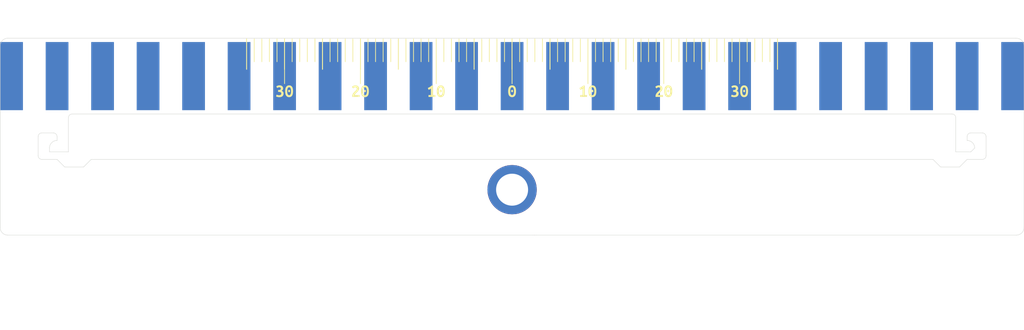
<source format=kicad_pcb>
(kicad_pcb (version 20241229) (generator "pcbnew") (generator_version "9.0")
  (layers (0 "F.Cu" signal) (2 "B.Cu" signal) (13 "F.Paste" user) (15 "B.Paste" user) (5 "F.SilkS" user "F.Silkscreen") (7 "B.SilkS" user "B.Silkscreen") (1 "F.Mask" user) (3 "B.Mask" user) (25 "Edge.Cuts" user))
  (net 0 "")
  (footprint "kibuzzard-6973373E" (layer "F.Cu") (at 158.8 142.5)
    (property "Reference" "kibuzzard-6973373E" (hide yes))
    (property "Value" "G***" (hide yes))
    (fp_poly (pts (xy 0.734249 -0.026656) (xy 0.696688 0.086026) (xy 0.600969 0.133279) (xy 0.501616 0.086026) (xy 0.465267 -0.026656) (xy 0.501616 -0.140549) (xy 0.600969 -0.189015) (xy 0.696688 -0.140549) (xy 0.734249 -0.026656)) (fill yes) (layer "F.SilkS"))
    (fp_poly (pts (xy -0.702746 0.782714) (xy -0.820275 0.774233) (xy -0.939015 0.753635) (xy -1.044426 0.726979) (xy -1.119548 0.700323) (xy -1.061389 0.450727) (xy -0.917205 0.501616) (xy -0.819972 0.521607) (xy -0.70517 0.528271) (xy -0.575222 0.511914) (xy -0.490711 0.462843) (xy -0.428918 0.300485) (xy -0.452544 0.199616) (xy -0.523425 0.134491) (xy -0.630654 0.099051) (xy -0.763328 0.087237) (xy -0.855412 0.087237) (xy -0.855412 -0.159935) (xy -0.743942 -0.159935) (xy -0.651858 -0.169628) (xy -0.569467 -0.201131) (xy -0.510097 -0.259289) (xy -0.487076 -0.351373) (xy -0.536753 -0.481018) (xy -0.673667 -0.528271) (xy -0.842084 -0.500404) (xy -0.986268 -0.431341) (xy -1.092892 -0.649435) (xy -0.919628 -0.737884) (xy -0.804826 -0.771506) (xy -0.67609 -0.782714) (xy -0.558259 -0.774838) (xy -0.456785 -0.751212) (xy -0.302908 -0.662763) (xy -0.213247 -0.528271) (xy -0.184168 -0.361066) (xy -0.235057 -0.189015) (xy -0.370759 -0.063005) (xy -0.267468 -0.003029) (xy -0.190226 0.079968) (xy -0.142064 0.183562) (xy -0.12601 0.305331) (xy -0.159935 0.496769) (xy -0.264136 0.648223) (xy -0.344103 0.70517) (xy -0.443457 0.747577) (xy -0.562803 0.77393) (xy -0.702746 0.782714)) (fill yes) (layer "F.SilkS"))
    (fp_poly (pts (xy 1.119548 -0.002423) (xy 1.111218 0.183562) (xy 1.086228 0.344103) (xy 1.044578 0.4792) (xy 0.986268 0.588853) (xy 0.883953 0.696554) (xy 0.754712 0.761174) (xy 0.598546 0.782714) (xy 0.598546 0.525848) (xy 0.70729 0.492225) (xy 0.786349 0.391357) (xy 0.822025 0.28783) (xy 0.84343 0.15657) (xy 0.850565 -0.002423) (xy 0.84343 -0.16007) (xy 0.822025 -0.290522) (xy 0.786349 -0.39378) (xy 0.70729 -0.494649) (xy 0.598546 -0.528271) (xy 0.491317 -0.494649) (xy 0.411955 -0.39378) (xy 0.375606 -0.290522) (xy 0.353796 -0.16007) (xy 0.346527 -0.002423) (xy 0.353796 0.15657) (xy 0.375606 0.28783) (xy 0.411955 0.391357) (xy 0.491317 0.492225) (xy 0.598546 0.525848) (xy 0.598546 0.782714) (xy 0.44238 0.761174) (xy 0.313139 0.696554) (xy 0.210824 0.588853) (xy 0.152514 0.4792) (xy 0.110864 0.344103) (xy 0.085874 0.183562) (xy 0.077544 -0.002423) (xy 0.086026 -0.186288) (xy 0.11147 -0.345315) (xy 0.153877 -0.479503) (xy 0.213247 -0.588853) (xy 0.31637 -0.696554) (xy 0.444803 -0.761174) (xy 0.598546 -0.782714) (xy 0.754712 -0.761309) (xy 0.883953 -0.697092) (xy 0.986268 -0.590065) (xy 1.044578 -0.481093) (xy 1.086228 -0.34683) (xy 1.111218 -0.187273) (xy 1.119548 -0.002423)) (fill yes) (layer "F.SilkS"))
  )
  (footprint "kibuzzard-69733753" (layer "F.Cu") (at 188.8 142.5)
    (property "Reference" "kibuzzard-69733753" (hide yes))
    (property "Value" "G***" (hide yes))
    (fp_poly (pts (xy 0.135703 -0.026656) (xy 0.098142 0.086026) (xy 0.002423 0.133279) (xy -0.096931 0.086026) (xy -0.133279 -0.026656) (xy -0.096931 -0.140549) (xy 0.002423 -0.189015) (xy 0.098142 -0.140549) (xy 0.135703 -0.026656)) (fill yes) (layer "F.SilkS"))
    (fp_poly (pts (xy 0.521002 -0.002423) (xy 0.512672 0.183562) (xy 0.487682 0.344103) (xy 0.446032 0.4792) (xy 0.387722 0.588853) (xy 0.285407 0.696554) (xy 0.156166 0.761174) (xy 0 0.782714) (xy 0 0.525848) (xy 0.108744 0.492225) (xy 0.187803 0.391357) (xy 0.223479 0.28783) (xy 0.244884 0.15657) (xy 0.252019 -0.002423) (xy 0.244884 -0.16007) (xy 0.223479 -0.290522) (xy 0.187803 -0.39378) (xy 0.108744 -0.494649) (xy 0 -0.528271) (xy -0.107229 -0.494649) (xy -0.186591 -0.39378) (xy -0.22294 -0.290522) (xy -0.24475 -0.16007) (xy -0.252019 -0.002423) (xy -0.24475 0.15657) (xy -0.22294 0.28783) (xy -0.186591 0.391357) (xy -0.107229 0.492225) (xy 0 0.525848) (xy 0 0.782714) (xy -0.156166 0.761174) (xy -0.285407 0.696554) (xy -0.387722 0.588853) (xy -0.446032 0.4792) (xy -0.487682 0.344103) (xy -0.512672 0.183562) (xy -0.521002 -0.002423) (xy -0.51252 -0.186288) (xy -0.487076 -0.345315) (xy -0.444669 -0.479503) (xy -0.385299 -0.588853) (xy -0.282176 -0.696554) (xy -0.153743 -0.761174) (xy 0 -0.782714) (xy 0.156166 -0.761309) (xy 0.285407 -0.697092) (xy 0.387722 -0.590065) (xy 0.446032 -0.481093) (xy 0.487682 -0.34683) (xy 0.512672 -0.187273) (xy 0.521002 -0.002423)) (fill yes) (layer "F.SilkS"))
  )
  (footprint "kibuzzard-6973375F" (layer "F.Cu") (at 198.8 142.5)
    (property "Reference" "kibuzzard-6973375F" (hide yes))
    (property "Value" "G***" (hide yes))
    (fp_poly (pts (xy 0.725767 -0.026656) (xy 0.688207 0.086026) (xy 0.592488 0.133279) (xy 0.493134 0.086026) (xy 0.456785 -0.026656) (xy 0.493134 -0.140549) (xy 0.592488 -0.189015) (xy 0.688207 -0.140549) (xy 0.725767 -0.026656)) (fill yes) (layer "F.SilkS"))
    (fp_poly (pts (xy -0.711228 0.504039) (xy -0.711228 -0.33441) (xy -0.866317 -0.248384) (xy -1.014136 -0.189015) (xy -1.111066 -0.436187) (xy -0.985057 -0.491922) (xy -0.849354 -0.567044) (xy -0.720921 -0.654281) (xy -0.616721 -0.748788) (xy -0.413166 -0.748788) (xy -0.413166 0.504039) (xy -0.115105 0.504039) (xy -0.115105 0.751212) (xy -1.026252 0.751212) (xy -1.026252 0.504039) (xy -0.711228 0.504039)) (fill yes) (layer "F.SilkS"))
    (fp_poly (pts (xy 1.111066 -0.002423) (xy 1.102736 0.183562) (xy 1.077746 0.344103) (xy 1.036097 0.4792) (xy 0.977787 0.588853) (xy 0.875471 0.696554) (xy 0.74623 0.761174) (xy 0.590065 0.782714) (xy 0.590065 0.525848) (xy 0.698809 0.492225) (xy 0.777868 0.391357) (xy 0.813543 0.28783) (xy 0.834949 0.15657) (xy 0.842084 -0.002423) (xy 0.834949 -0.16007) (xy 0.813543 -0.290522) (xy 0.777868 -0.39378) (xy 0.698809 -0.494649) (xy 0.590065 -0.528271) (xy 0.482835 -0.494649) (xy 0.403473 -0.39378) (xy 0.367124 -0.290522) (xy 0.345315 -0.16007) (xy 0.338045 -0.002423) (xy 0.345315 0.15657) (xy 0.367124 0.28783) (xy 0.403473 0.391357) (xy 0.482835 0.492225) (xy 0.590065 0.525848) (xy 0.590065 0.782714) (xy 0.433899 0.761174) (xy 0.304658 0.696554) (xy 0.202342 0.588853) (xy 0.144033 0.4792) (xy 0.102383 0.344103) (xy 0.077393 0.183562) (xy 0.069063 -0.002423) (xy 0.077544 -0.186288) (xy 0.102989 -0.345315) (xy 0.145396 -0.479503) (xy 0.204766 -0.588853) (xy 0.307889 -0.696554) (xy 0.436322 -0.761174) (xy 0.590065 -0.782714) (xy 0.74623 -0.761309) (xy 0.875471 -0.697092) (xy 0.977787 -0.590065) (xy 1.036097 -0.481093) (xy 1.077746 -0.34683) (xy 1.102736 -0.187273) (xy 1.111066 -0.002423)) (fill yes) (layer "F.SilkS"))
  )
  (footprint "kibuzzard-69733745" (layer "F.Cu") (at 168.8 142.5)
    (property "Reference" "kibuzzard-69733745" (hide yes))
    (property "Value" "G***" (hide yes))
    (fp_poly (pts (xy 0.731826 -0.026656) (xy 0.694265 0.086026) (xy 0.598546 0.133279) (xy 0.499192 0.086026) (xy 0.462843 -0.026656) (xy 0.499192 -0.140549) (xy 0.598546 -0.189015) (xy 0.694265 -0.140549) (xy 0.731826 -0.026656)) (fill yes) (layer "F.SilkS"))
    (fp_poly (pts (xy -0.169628 -0.353796) (xy -0.198708 -0.204766) (xy -0.276252 -0.065428) (xy -0.385299 0.065428) (xy -0.508885 0.186591) (xy -0.581583 0.255654) (xy -0.659128 0.338045) (xy -0.720921 0.424071) (xy -0.746365 0.504039) (xy -0.101777 0.504039) (xy -0.101777 0.751212) (xy -1.080775 0.751212) (xy -1.086834 0.69063) (xy -1.085622 0.639742) (xy -1.074414 0.523425) (xy -1.040792 0.416801) (xy -0.989903 0.318962) (xy -0.926898 0.228998) (xy -0.855412 0.146002) (xy -0.779079 0.069063) (xy -0.702746 -0.003332) (xy -0.63126 -0.072698) (xy -0.517367 -0.203554) (xy -0.472536 -0.331987) (xy -0.528271 -0.473748) (xy -0.668821 -0.523425) (xy -0.81664 -0.489499) (xy -0.969305 -0.375606) (xy -1.117124 -0.584006) (xy -1.012621 -0.672456) (xy -0.892973 -0.734249) (xy -0.766054 -0.770598) (xy -0.639742 -0.782714) (xy -0.462843 -0.756058) (xy -0.312601 -0.67609) (xy -0.208401 -0.541599) (xy -0.169628 -0.353796)) (fill yes) (layer "F.SilkS"))
    (fp_poly (pts (xy 1.117124 -0.002423) (xy 1.108794 0.183562) (xy 1.083805 0.344103) (xy 1.042155 0.4792) (xy 0.983845 0.588853) (xy 0.881529 0.696554) (xy 0.752289 0.761174) (xy 0.596123 0.782714) (xy 0.596123 0.525848) (xy 0.704867 0.492225) (xy 0.783926 0.391357) (xy 0.819602 0.28783) (xy 0.841007 0.15657) (xy 0.848142 -0.002423) (xy 0.841007 -0.16007) (xy 0.819602 -0.290522) (xy 0.783926 -0.39378) (xy 0.704867 -0.494649) (xy 0.596123 -0.528271) (xy 0.488893 -0.494649) (xy 0.409532 -0.39378) (xy 0.373183 -0.290522) (xy 0.351373 -0.16007) (xy 0.344103 -0.002423) (xy 0.351373 0.15657) (xy 0.373183 0.28783) (xy 0.409532 0.391357) (xy 0.488893 0.492225) (xy 0.596123 0.525848) (xy 0.596123 0.782714) (xy 0.439957 0.761174) (xy 0.310716 0.696554) (xy 0.208401 0.588853) (xy 0.150091 0.4792) (xy 0.108441 0.344103) (xy 0.083451 0.183562) (xy 0.075121 -0.002423) (xy 0.083603 -0.186288) (xy 0.109047 -0.345315) (xy 0.151454 -0.479503) (xy 0.210824 -0.588853) (xy 0.313947 -0.696554) (xy 0.44238 -0.761174) (xy 0.596123 -0.782714) (xy 0.752289 -0.761309) (xy 0.881529 -0.697092) (xy 0.983845 -0.590065) (xy 1.042155 -0.481093) (xy 1.083805 -0.34683) (xy 1.108794 -0.187273) (xy 1.117124 -0.002423)) (fill yes) (layer "F.SilkS"))
  )
  (footprint "kibuzzard-6973374C" (layer "F.Cu") (at 178.8 142.5)
    (property "Reference" "kibuzzard-6973374C" (hide yes))
    (property "Value" "G***" (hide yes))
    (fp_poly (pts (xy 0.725767 -0.026656) (xy 0.688207 0.086026) (xy 0.592488 0.133279) (xy 0.493134 0.086026) (xy 0.456785 -0.026656) (xy 0.493134 -0.140549) (xy 0.592488 -0.189015) (xy 0.688207 -0.140549) (xy 0.725767 -0.026656)) (fill yes) (layer "F.SilkS"))
    (fp_poly (pts (xy -0.711228 0.504039) (xy -0.711228 -0.33441) (xy -0.866317 -0.248384) (xy -1.014136 -0.189015) (xy -1.111066 -0.436187) (xy -0.985057 -0.491922) (xy -0.849354 -0.567044) (xy -0.720921 -0.654281) (xy -0.616721 -0.748788) (xy -0.413166 -0.748788) (xy -0.413166 0.504039) (xy -0.115105 0.504039) (xy -0.115105 0.751212) (xy -1.026252 0.751212) (xy -1.026252 0.504039) (xy -0.711228 0.504039)) (fill yes) (layer "F.SilkS"))
    (fp_poly (pts (xy 1.111066 -0.002423) (xy 1.102736 0.183562) (xy 1.077746 0.344103) (xy 1.036097 0.4792) (xy 0.977787 0.588853) (xy 0.875471 0.696554) (xy 0.74623 0.761174) (xy 0.590065 0.782714) (xy 0.590065 0.525848) (xy 0.698809 0.492225) (xy 0.777868 0.391357) (xy 0.813543 0.28783) (xy 0.834949 0.15657) (xy 0.842084 -0.002423) (xy 0.834949 -0.16007) (xy 0.813543 -0.290522) (xy 0.777868 -0.39378) (xy 0.698809 -0.494649) (xy 0.590065 -0.528271) (xy 0.482835 -0.494649) (xy 0.403473 -0.39378) (xy 0.367124 -0.290522) (xy 0.345315 -0.16007) (xy 0.338045 -0.002423) (xy 0.345315 0.15657) (xy 0.367124 0.28783) (xy 0.403473 0.391357) (xy 0.482835 0.492225) (xy 0.590065 0.525848) (xy 0.590065 0.782714) (xy 0.433899 0.761174) (xy 0.304658 0.696554) (xy 0.202342 0.588853) (xy 0.144033 0.4792) (xy 0.102383 0.344103) (xy 0.077393 0.183562) (xy 0.069063 -0.002423) (xy 0.077544 -0.186288) (xy 0.102989 -0.345315) (xy 0.145396 -0.479503) (xy 0.204766 -0.588853) (xy 0.307889 -0.696554) (xy 0.436322 -0.761174) (xy 0.590065 -0.782714) (xy 0.74623 -0.761309) (xy 0.875471 -0.697092) (xy 0.977787 -0.590065) (xy 1.036097 -0.481093) (xy 1.077746 -0.34683) (xy 1.102736 -0.187273) (xy 1.111066 -0.002423)) (fill yes) (layer "F.SilkS"))
  )
  (footprint "kibuzzard-69733767" (layer "F.Cu") (at 208.8 142.5)
    (property "Reference" "kibuzzard-69733767" (hide yes))
    (property "Value" "G***" (hide yes))
    (fp_poly (pts (xy 0.731826 -0.026656) (xy 0.694265 0.086026) (xy 0.598546 0.133279) (xy 0.499192 0.086026) (xy 0.462843 -0.026656) (xy 0.499192 -0.140549) (xy 0.598546 -0.189015) (xy 0.694265 -0.140549) (xy 0.731826 -0.026656)) (fill yes) (layer "F.SilkS"))
    (fp_poly (pts (xy -0.169628 -0.353796) (xy -0.198708 -0.204766) (xy -0.276252 -0.065428) (xy -0.385299 0.065428) (xy -0.508885 0.186591) (xy -0.581583 0.255654) (xy -0.659128 0.338045) (xy -0.720921 0.424071) (xy -0.746365 0.504039) (xy -0.101777 0.504039) (xy -0.101777 0.751212) (xy -1.080775 0.751212) (xy -1.086834 0.69063) (xy -1.085622 0.639742) (xy -1.074414 0.523425) (xy -1.040792 0.416801) (xy -0.989903 0.318962) (xy -0.926898 0.228998) (xy -0.855412 0.146002) (xy -0.779079 0.069063) (xy -0.702746 -0.003332) (xy -0.63126 -0.072698) (xy -0.517367 -0.203554) (xy -0.472536 -0.331987) (xy -0.528271 -0.473748) (xy -0.668821 -0.523425) (xy -0.81664 -0.489499) (xy -0.969305 -0.375606) (xy -1.117124 -0.584006) (xy -1.012621 -0.672456) (xy -0.892973 -0.734249) (xy -0.766054 -0.770598) (xy -0.639742 -0.782714) (xy -0.462843 -0.756058) (xy -0.312601 -0.67609) (xy -0.208401 -0.541599) (xy -0.169628 -0.353796)) (fill yes) (layer "F.SilkS"))
    (fp_poly (pts (xy 1.117124 -0.002423) (xy 1.108794 0.183562) (xy 1.083805 0.344103) (xy 1.042155 0.4792) (xy 0.983845 0.588853) (xy 0.881529 0.696554) (xy 0.752289 0.761174) (xy 0.596123 0.782714) (xy 0.596123 0.525848) (xy 0.704867 0.492225) (xy 0.783926 0.391357) (xy 0.819602 0.28783) (xy 0.841007 0.15657) (xy 0.848142 -0.002423) (xy 0.841007 -0.16007) (xy 0.819602 -0.290522) (xy 0.783926 -0.39378) (xy 0.704867 -0.494649) (xy 0.596123 -0.528271) (xy 0.488893 -0.494649) (xy 0.409532 -0.39378) (xy 0.373183 -0.290522) (xy 0.351373 -0.16007) (xy 0.344103 -0.002423) (xy 0.351373 0.15657) (xy 0.373183 0.28783) (xy 0.409532 0.391357) (xy 0.488893 0.492225) (xy 0.596123 0.525848) (xy 0.596123 0.782714) (xy 0.439957 0.761174) (xy 0.310716 0.696554) (xy 0.208401 0.588853) (xy 0.150091 0.4792) (xy 0.108441 0.344103) (xy 0.083451 0.183562) (xy 0.075121 -0.002423) (xy 0.083603 -0.186288) (xy 0.109047 -0.345315) (xy 0.151454 -0.479503) (xy 0.210824 -0.588853) (xy 0.313947 -0.696554) (xy 0.44238 -0.761174) (xy 0.596123 -0.782714) (xy 0.752289 -0.761309) (xy 0.881529 -0.697092) (xy 0.983845 -0.590065) (xy 1.042155 -0.481093) (xy 1.083805 -0.34683) (xy 1.108794 -0.187273) (xy 1.117124 -0.002423)) (fill yes) (layer "F.SilkS"))
  )
  (footprint "kibuzzard-6973376C" (layer "F.Cu") (at 218.8 142.5)
    (property "Reference" "kibuzzard-6973376C" (hide yes))
    (property "Value" "G***" (hide yes))
    (fp_poly (pts (xy 0.734249 -0.026656) (xy 0.696688 0.086026) (xy 0.600969 0.133279) (xy 0.501616 0.086026) (xy 0.465267 -0.026656) (xy 0.501616 -0.140549) (xy 0.600969 -0.189015) (xy 0.696688 -0.140549) (xy 0.734249 -0.026656)) (fill yes) (layer "F.SilkS"))
    (fp_poly (pts (xy -0.702746 0.782714) (xy -0.820275 0.774233) (xy -0.939015 0.753635) (xy -1.044426 0.726979) (xy -1.119548 0.700323) (xy -1.061389 0.450727) (xy -0.917205 0.501616) (xy -0.819972 0.521607) (xy -0.70517 0.528271) (xy -0.575222 0.511914) (xy -0.490711 0.462843) (xy -0.428918 0.300485) (xy -0.452544 0.199616) (xy -0.523425 0.134491) (xy -0.630654 0.099051) (xy -0.763328 0.087237) (xy -0.855412 0.087237) (xy -0.855412 -0.159935) (xy -0.743942 -0.159935) (xy -0.651858 -0.169628) (xy -0.569467 -0.201131) (xy -0.510097 -0.259289) (xy -0.487076 -0.351373) (xy -0.536753 -0.481018) (xy -0.673667 -0.528271) (xy -0.842084 -0.500404) (xy -0.986268 -0.431341) (xy -1.092892 -0.649435) (xy -0.919628 -0.737884) (xy -0.804826 -0.771506) (xy -0.67609 -0.782714) (xy -0.558259 -0.774838) (xy -0.456785 -0.751212) (xy -0.302908 -0.662763) (xy -0.213247 -0.528271) (xy -0.184168 -0.361066) (xy -0.235057 -0.189015) (xy -0.370759 -0.063005) (xy -0.267468 -0.003029) (xy -0.190226 0.079968) (xy -0.142064 0.183562) (xy -0.12601 0.305331) (xy -0.159935 0.496769) (xy -0.264136 0.648223) (xy -0.344103 0.70517) (xy -0.443457 0.747577) (xy -0.562803 0.77393) (xy -0.702746 0.782714)) (fill yes) (layer "F.SilkS"))
    (fp_poly (pts (xy 1.119548 -0.002423) (xy 1.111218 0.183562) (xy 1.086228 0.344103) (xy 1.044578 0.4792) (xy 0.986268 0.588853) (xy 0.883953 0.696554) (xy 0.754712 0.761174) (xy 0.598546 0.782714) (xy 0.598546 0.525848) (xy 0.70729 0.492225) (xy 0.786349 0.391357) (xy 0.822025 0.28783) (xy 0.84343 0.15657) (xy 0.850565 -0.002423) (xy 0.84343 -0.16007) (xy 0.822025 -0.290522) (xy 0.786349 -0.39378) (xy 0.70729 -0.494649) (xy 0.598546 -0.528271) (xy 0.491317 -0.494649) (xy 0.411955 -0.39378) (xy 0.375606 -0.290522) (xy 0.353796 -0.16007) (xy 0.346527 -0.002423) (xy 0.353796 0.15657) (xy 0.375606 0.28783) (xy 0.411955 0.391357) (xy 0.491317 0.492225) (xy 0.598546 0.525848) (xy 0.598546 0.782714) (xy 0.44238 0.761174) (xy 0.313139 0.696554) (xy 0.210824 0.588853) (xy 0.152514 0.4792) (xy 0.110864 0.344103) (xy 0.085874 0.183562) (xy 0.077544 -0.002423) (xy 0.086026 -0.186288) (xy 0.11147 -0.345315) (xy 0.153877 -0.479503) (xy 0.213247 -0.588853) (xy 0.31637 -0.696554) (xy 0.444803 -0.761174) (xy 0.598546 -0.782714) (xy 0.754712 -0.761309) (xy 0.883953 -0.697092) (xy 0.986268 -0.590065) (xy 1.044578 -0.481093) (xy 1.086228 -0.34683) (xy 1.111218 -0.187273) (xy 1.119548 -0.002423)) (fill yes) (layer "F.SilkS"))
  )
  (footprint "footprints:MountingHole_SMTSO3060_3.2mm_M3" (layer "B.Cu") (at 188.8 155.5)
    (property "Reference" "H1" (hide yes))
    (property "Value" "SMTSO3020")
    (pad "1" thru_hole circle (at 0 0) (size 6.5 6.5) (drill 4.22) (layers "*.Cu" "*.Mask"))
  )
  (gr_rect (start 211.3 136) (end 214.3 145) (fill yes) (layer "B.Cu"))
  (gr_rect (start 205.3 136) (end 208.3 145) (fill yes) (layer "B.Cu"))
  (gr_rect (start 121.3 136) (end 124.3 145) (fill yes) (layer "B.Cu"))
  (gr_rect (start 235.3 136) (end 238.3 145) (fill yes) (layer "B.Cu"))
  (gr_rect (start 247.3 136) (end 250.3 145) (fill yes) (layer "B.Cu"))
  (gr_rect (start 169.3 136) (end 172.3 145) (fill yes) (layer "B.Cu"))
  (gr_rect (start 199.3 136) (end 202.3 145) (fill yes) (layer "B.Cu"))
  (gr_rect (start 181.3 136) (end 184.3 145) (fill yes) (layer "B.Cu"))
  (gr_rect (start 133.3 136) (end 136.3 145) (fill yes) (layer "B.Cu"))
  (gr_rect (start 253.3 136) (end 256.3 145) (fill yes) (layer "B.Cu"))
  (gr_rect (start 127.3 136) (end 130.3 145) (fill yes) (layer "B.Cu"))
  (gr_rect (start 223.3 136) (end 226.3 145) (fill yes) (layer "B.Cu"))
  (gr_rect (start 145.3 136) (end 148.3 145) (fill yes) (layer "B.Cu"))
  (gr_rect (start 175.3 136) (end 178.3 145) (fill yes) (layer "B.Cu"))
  (gr_rect (start 229.3 136) (end 232.3 145) (fill yes) (layer "B.Cu"))
  (gr_rect (start 157.3 136) (end 160.3 145) (fill yes) (layer "B.Cu"))
  (gr_rect (start 187.3 136) (end 190.3 145) (fill yes) (layer "B.Cu"))
  (gr_rect (start 139.3 136) (end 142.3 145) (fill yes) (layer "B.Cu"))
  (gr_rect (start 151.3 136) (end 154.3 145) (fill yes) (layer "B.Cu"))
  (gr_rect (start 217.3 136) (end 220.3 145) (fill yes) (layer "B.Cu"))
  (gr_rect (start 163.3 136) (end 166.3 145) (fill yes) (layer "B.Cu"))
  (gr_rect (start 193.3 136) (end 196.3 145) (fill yes) (layer "B.Cu"))
  (gr_rect (start 241.3 136) (end 244.3 145) (fill yes) (layer "B.Cu"))
  (gr_line (start 203.8 139.6) (end 203.8 135.6) (stroke (width 0.1)) (layer "F.SilkS"))
  (gr_line (start 195.8 138.6) (end 195.8 135.6) (stroke (width 0.1)) (layer "F.SilkS"))
  (gr_line (start 174.8 138.6) (end 174.8 135.6) (stroke (width 0.1)) (layer "F.SilkS"))
  (gr_line (start 183.8 139.6) (end 183.8 135.6) (stroke (width 0.1)) (layer "F.SilkS"))
  (gr_line (start 167.8 138.6) (end 167.8 135.6) (stroke (width 0.1)) (layer "F.SilkS"))
  (gr_line (start 223.8 139.6) (end 223.8 135.6) (stroke (width 0.1)) (layer "F.SilkS"))
  (gr_line (start 173.8 139.6) (end 173.8 135.6) (stroke (width 0.1)) (layer "F.SilkS"))
  (gr_line (start 205.8 138.6) (end 205.8 135.6) (stroke (width 0.1)) (layer "F.SilkS"))
  (gr_line (start 221.8 138.6) (end 221.8 135.6) (stroke (width 0.1)) (layer "F.SilkS"))
  (gr_line (start 153.8 139.6) (end 153.8 135.6) (stroke (width 0.1)) (layer "F.SilkS"))
  (gr_line (start 166.8 138.6) (end 166.8 135.6) (stroke (width 0.1)) (layer "F.SilkS"))
  (gr_line (start 222.8 138.6) (end 222.8 135.6) (stroke (width 0.1)) (layer "F.SilkS"))
  (gr_line (start 190.8 138.6) (end 190.8 135.6) (stroke (width 0.1)) (layer "F.SilkS"))
  (gr_line (start 198.8 141.5) (end 198.8 135.6) (stroke (width 0.1)) (layer "F.SilkS"))
  (gr_line (start 185.8 138.6) (end 185.8 135.6) (stroke (width 0.1)) (layer "F.SilkS"))
  (gr_line (start 193.8 139.6) (end 193.8 135.6) (stroke (width 0.1)) (layer "F.SilkS"))
  (gr_line (start 187.8 138.6) (end 187.8 135.6) (stroke (width 0.1)) (layer "F.SilkS"))
  (gr_line (start 202.8 138.6) (end 202.8 135.6) (stroke (width 0.1)) (layer "F.SilkS"))
  (gr_line (start 183.8 139.6) (end 183.8 135.6) (stroke (width 0.1)) (layer "F.SilkS"))
  (gr_line (start 175.8 138.6) (end 175.8 135.6) (stroke (width 0.1)) (layer "F.SilkS"))
  (gr_line (start 192.8 138.6) (end 192.8 135.6) (stroke (width 0.1)) (layer "F.SilkS"))
  (gr_line (start 219.8 138.6) (end 219.8 135.6) (stroke (width 0.1)) (layer "F.SilkS"))
  (gr_line (start 168.8 139.6) (end 168.8 135.6) (stroke (width 0.1)) (layer "F.SilkS"))
  (gr_line (start 179.8 138.6) (end 179.8 135.6) (stroke (width 0.1)) (layer "F.SilkS"))
  (gr_line (start 194.8 138.6) (end 194.8 135.6) (stroke (width 0.1)) (layer "F.SilkS"))
  (gr_line (start 204.8 138.6) (end 204.8 135.6) (stroke (width 0.1)) (layer "F.SilkS"))
  (gr_line (start 196.8 138.6) (end 196.8 135.6) (stroke (width 0.1)) (layer "F.SilkS"))
  (gr_line (start 184.8 138.6) (end 184.8 135.6) (stroke (width 0.1)) (layer "F.SilkS"))
  (gr_line (start 200.8 138.6) (end 200.8 135.6) (stroke (width 0.1)) (layer "F.SilkS"))
  (gr_line (start 155.8 138.6) (end 155.8 135.6) (stroke (width 0.1)) (layer "F.SilkS"))
  (gr_line (start 172.8 138.6) (end 172.8 135.6) (stroke (width 0.1)) (layer "F.SilkS"))
  (gr_line (start 158.8 141.5) (end 158.8 135.6) (stroke (width 0.1)) (layer "F.SilkS"))
  (gr_line (start 220.8 138.6) (end 220.8 135.6) (stroke (width 0.1)) (layer "F.SilkS"))
  (gr_line (start 201.8 138.6) (end 201.8 135.6) (stroke (width 0.1)) (layer "F.SilkS"))
  (gr_line (start 213.8 139.6) (end 213.8 135.6) (stroke (width 0.1)) (layer "F.SilkS"))
  (gr_line (start 218.8 141.5) (end 218.8 135.6) (stroke (width 0.1)) (layer "F.SilkS"))
  (gr_line (start 164.8 138.6) (end 164.8 135.6) (stroke (width 0.1)) (layer "F.SilkS"))
  (gr_line (start 158.8 139.6) (end 158.8 135.6) (stroke (width 0.1)) (layer "F.SilkS"))
  (gr_line (start 214.8 138.6) (end 214.8 135.6) (stroke (width 0.1)) (layer "F.SilkS"))
  (gr_line (start 180.8 138.6) (end 180.8 135.6) (stroke (width 0.1)) (layer "F.SilkS"))
  (gr_line (start 171.8 138.6) (end 171.8 135.6) (stroke (width 0.1)) (layer "F.SilkS"))
  (gr_line (start 223.8 139.6) (end 223.8 135.6) (stroke (width 0.1)) (layer "F.SilkS"))
  (gr_line (start 188.8 141.5) (end 188.8 135.6) (stroke (width 0.1)) (layer "F.SilkS"))
  (gr_line (start 159.8 138.6) (end 159.8 135.6) (stroke (width 0.1)) (layer "F.SilkS"))
  (gr_line (start 163.8 139.6) (end 163.8 135.6) (stroke (width 0.1)) (layer "F.SilkS"))
  (gr_line (start 154.8 138.6) (end 154.8 135.6) (stroke (width 0.1)) (layer "F.SilkS"))
  (gr_line (start 199.8 138.6) (end 199.8 135.6) (stroke (width 0.1)) (layer "F.SilkS"))
  (gr_line (start 209.8 138.6) (end 209.8 135.6) (stroke (width 0.1)) (layer "F.SilkS"))
  (gr_line (start 168.8 141.5) (end 168.8 135.6) (stroke (width 0.1)) (layer "F.SilkS"))
  (gr_line (start 191.8 138.6) (end 191.8 135.6) (stroke (width 0.1)) (layer "F.SilkS"))
  (gr_line (start 182.8 138.6) (end 182.8 135.6) (stroke (width 0.1)) (layer "F.SilkS"))
  (gr_line (start 178.8 141.5) (end 178.8 135.6) (stroke (width 0.1)) (layer "F.SilkS"))
  (gr_line (start 206.8 138.6) (end 206.8 135.6) (stroke (width 0.1)) (layer "F.SilkS"))
  (gr_line (start 161.8 138.6) (end 161.8 135.6) (stroke (width 0.1)) (layer "F.SilkS"))
  (gr_line (start 213.8 139.6) (end 213.8 135.6) (stroke (width 0.1)) (layer "F.SilkS"))
  (gr_line (start 186.8 138.6) (end 186.8 135.6) (stroke (width 0.1)) (layer "F.SilkS"))
  (gr_line (start 215.8 138.6) (end 215.8 135.6) (stroke (width 0.1)) (layer "F.SilkS"))
  (gr_line (start 208.8 141.5) (end 208.8 135.6) (stroke (width 0.1)) (layer "F.SilkS"))
  (gr_line (start 203.8 139.6) (end 203.8 135.6) (stroke (width 0.1)) (layer "F.SilkS"))
  (gr_line (start 193.8 139.6) (end 193.8 135.6) (stroke (width 0.1)) (layer "F.SilkS"))
  (gr_line (start 177.8 138.6) (end 177.8 135.6) (stroke (width 0.1)) (layer "F.SilkS"))
  (gr_line (start 210.8 138.6) (end 210.8 135.6) (stroke (width 0.1)) (layer "F.SilkS"))
  (gr_line (start 176.8 138.6) (end 176.8 135.6) (stroke (width 0.1)) (layer "F.SilkS"))
  (gr_line (start 165.8 138.6) (end 165.8 135.6) (stroke (width 0.1)) (layer "F.SilkS"))
  (gr_line (start 207.8 138.6) (end 207.8 135.6) (stroke (width 0.1)) (layer "F.SilkS"))
  (gr_line (start 216.8 138.6) (end 216.8 135.6) (stroke (width 0.1)) (layer "F.SilkS"))
  (gr_line (start 153.8 139.6) (end 153.8 135.6) (stroke (width 0.1)) (layer "F.SilkS"))
  (gr_line (start 170.8 138.6) (end 170.8 135.6) (stroke (width 0.1)) (layer "F.SilkS"))
  (gr_line (start 157.8 138.6) (end 157.8 135.6) (stroke (width 0.1)) (layer "F.SilkS"))
  (gr_line (start 197.8 138.6) (end 197.8 135.6) (stroke (width 0.1)) (layer "F.SilkS"))
  (gr_line (start 163.8 139.6) (end 163.8 135.6) (stroke (width 0.1)) (layer "F.SilkS"))
  (gr_line (start 181.8 138.6) (end 181.8 135.6) (stroke (width 0.1)) (layer "F.SilkS"))
  (gr_line (start 211.8 138.6) (end 211.8 135.6) (stroke (width 0.1)) (layer "F.SilkS"))
  (gr_line (start 188.8 139.6) (end 188.8 135.6) (stroke (width 0.1)) (layer "F.SilkS"))
  (gr_line (start 156.8 138.6) (end 156.8 135.6) (stroke (width 0.1)) (layer "F.SilkS"))
  (gr_line (start 212.8 138.6) (end 212.8 135.6) (stroke (width 0.1)) (layer "F.SilkS"))
  (gr_line (start 169.8 138.6) (end 169.8 135.6) (stroke (width 0.1)) (layer "F.SilkS"))
  (gr_line (start 162.8 138.6) (end 162.8 135.6) (stroke (width 0.1)) (layer "F.SilkS"))
  (gr_line (start 173.8 139.6) (end 173.8 135.6) (stroke (width 0.1)) (layer "F.SilkS"))
  (gr_line (start 189.8 138.6) (end 189.8 135.6) (stroke (width 0.1)) (layer "F.SilkS"))
  (gr_line (start 160.8 138.6) (end 160.8 135.6) (stroke (width 0.1)) (layer "F.SilkS"))
  (gr_line (start 217.8 138.6) (end 217.8 135.6) (stroke (width 0.1)) (layer "F.SilkS"))
  (gr_arc (start 126.3 148.5) (mid 126.446447 148.146447) (end 126.8 148) (stroke (width 0.05)) (layer "Edge.Cuts"))
  (gr_arc (start 248.8 149) (mid 249.507107 149.292893) (end 249.8 150) (stroke (width 0.05)) (layer "Edge.Cuts"))
  (gr_arc (start 127.8 150) (mid 128.092893 149.292893) (end 128.8 149) (stroke (width 0.05)) (layer "Edge.Cuts"))
  (gr_line (start 122.3 135.5) (end 255.3 135.5) (stroke (width 0.05)) (layer "Edge.Cuts"))
  (gr_line (start 244.3 151.5) (end 245.3 152.5) (stroke (width 0.05)) (layer "Edge.Cuts"))
  (gr_line (start 245.3 152.5) (end 247.8 152.5) (stroke (width 0.05)) (layer "Edge.Cuts"))
  (gr_arc (start 251.3 151) (mid 251.153553 151.353553) (end 250.8 151.5) (stroke (width 0.05)) (layer "Edge.Cuts"))
  (gr_line (start 247.3 146) (end 247.3 150.5) (stroke (width 0.05)) (layer "Edge.Cuts"))
  (gr_line (start 250.8 151.5) (end 248.8 151.5) (stroke (width 0.05)) (layer "Edge.Cuts"))
  (gr_line (start 126.3 148.5) (end 126.3 151) (stroke (width 0.05)) (layer "Edge.Cuts"))
  (gr_line (start 251.3 148.5) (end 251.3 151) (stroke (width 0.05)) (layer "Edge.Cuts"))
  (gr_arc (start 122.3 161.5) (mid 121.592893 161.207107) (end 121.3 160.5) (stroke (width 0.05)) (layer "Edge.Cuts"))
  (gr_line (start 249.3 150.5) (end 249.8 150) (stroke (width 0.05)) (layer "Edge.Cuts"))
  (gr_arc (start 121.3 136.5) (mid 121.592893 135.792893) (end 122.3 135.5) (stroke (width 0.05)) (layer "Edge.Cuts"))
  (gr_line (start 247.8 152.5) (end 248.8 151.5) (stroke (width 0.05)) (layer "Edge.Cuts"))
  (gr_line (start 132.3 152.5) (end 129.8 152.5) (stroke (width 0.05)) (layer "Edge.Cuts"))
  (gr_line (start 128.8 149) (end 128.8 148.5) (stroke (width 0.05)) (layer "Edge.Cuts"))
  (gr_arc (start 246.8 145.5) (mid 247.153553 145.646447) (end 247.3 146) (stroke (width 0.05)) (layer "Edge.Cuts"))
  (gr_line (start 248.8 149) (end 248.8 148.5) (stroke (width 0.05)) (layer "Edge.Cuts"))
  (gr_arc (start 250.8 148) (mid 251.153553 148.146447) (end 251.3 148.5) (stroke (width 0.05)) (layer "Edge.Cuts"))
  (gr_line (start 247.3 150.5) (end 249.3 150.5) (stroke (width 0.05)) (layer "Edge.Cuts"))
  (gr_arc (start 130.3 146) (mid 130.446447 145.646447) (end 130.8 145.5) (stroke (width 0.05)) (layer "Edge.Cuts"))
  (gr_line (start 128.3 148) (end 126.8 148) (stroke (width 0.05)) (layer "Edge.Cuts"))
  (gr_line (start 130.3 150.5) (end 127.8 150.5) (stroke (width 0.05)) (layer "Edge.Cuts"))
  (gr_line (start 122.3 161.5) (end 191.714213 161.5) (stroke (width 0.05)) (layer "Edge.Cuts"))
  (gr_line (start 246.8 145.5) (end 130.8 145.5) (stroke (width 0.05)) (layer "Edge.Cuts"))
  (gr_arc (start 255.3 135.5) (mid 256.007107 135.792893) (end 256.3 136.5) (stroke (width 0.05)) (layer "Edge.Cuts"))
  (gr_line (start 256.3 136.5) (end 256.3 160.5) (stroke (width 0.05)) (layer "Edge.Cuts"))
  (gr_arc (start 126.8 151.5) (mid 126.446447 151.353553) (end 126.3 151) (stroke (width 0.05)) (layer "Edge.Cuts"))
  (gr_arc (start 256.3 160.5) (mid 256.007107 161.207107) (end 255.3 161.5) (stroke (width 0.05)) (layer "Edge.Cuts"))
  (gr_arc (start 248.8 148.5) (mid 248.946447 148.146447) (end 249.3 148) (stroke (width 0.05)) (layer "Edge.Cuts"))
  (gr_line (start 133.3 151.5) (end 132.3 152.5) (stroke (width 0.05)) (layer "Edge.Cuts"))
  (gr_line (start 127.8 150.5) (end 127.8 150) (stroke (width 0.05)) (layer "Edge.Cuts"))
  (gr_arc (start 128.3 148) (mid 128.653553 148.146447) (end 128.8 148.5) (stroke (width 0.05)) (layer "Edge.Cuts"))
  (gr_line (start 121.3 160.5) (end 121.3 136.5) (stroke (width 0.05)) (layer "Edge.Cuts"))
  (gr_line (start 130.3 146) (end 130.3 150.5) (stroke (width 0.05)) (layer "Edge.Cuts"))
  (gr_line (start 249.3 148) (end 250.8 148) (stroke (width 0.05)) (layer "Edge.Cuts"))
  (gr_line (start 129.8 152.5) (end 128.8 151.5) (stroke (width 0.05)) (layer "Edge.Cuts"))
  (gr_line (start 255.3 161.5) (end 191.714213 161.5) (stroke (width 0.05)) (layer "Edge.Cuts"))
  (gr_line (start 133.3 151.5) (end 244.3 151.5) (stroke (width 0.05)) (layer "Edge.Cuts"))
  (gr_line (start 126.8 151.5) (end 128.8 151.5) (stroke (width 0.05)) (layer "Edge.Cuts"))
)
</source>
